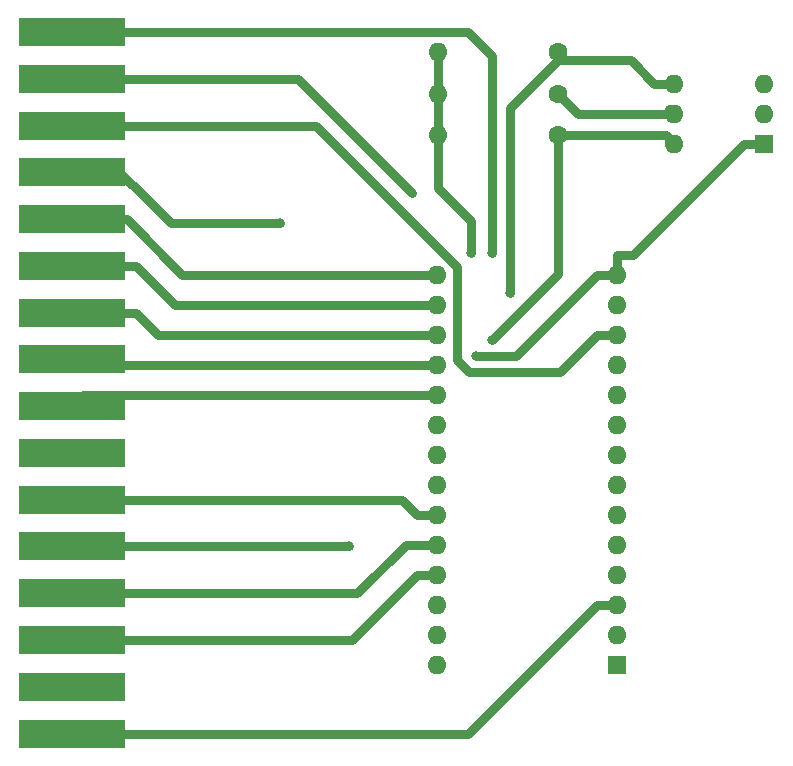
<source format=gbr>
G04 #@! TF.GenerationSoftware,KiCad,Pcbnew,7.0.8*
G04 #@! TF.CreationDate,2024-03-04T19:11:00+02:00*
G04 #@! TF.ProjectId,radofin,7261646f-6669-46e2-9e6b-696361645f70,rev?*
G04 #@! TF.SameCoordinates,Original*
G04 #@! TF.FileFunction,Copper,L1,Top*
G04 #@! TF.FilePolarity,Positive*
%FSLAX46Y46*%
G04 Gerber Fmt 4.6, Leading zero omitted, Abs format (unit mm)*
G04 Created by KiCad (PCBNEW 7.0.8) date 2024-03-04 19:11:00*
%MOMM*%
%LPD*%
G01*
G04 APERTURE LIST*
G04 #@! TA.AperFunction,ComponentPad*
%ADD10R,1.600000X1.600000*%
G04 #@! TD*
G04 #@! TA.AperFunction,ComponentPad*
%ADD11O,1.600000X1.600000*%
G04 #@! TD*
G04 #@! TA.AperFunction,SMDPad,CuDef*
%ADD12R,9.000000X2.400000*%
G04 #@! TD*
G04 #@! TA.AperFunction,ComponentPad*
%ADD13C,1.600000*%
G04 #@! TD*
G04 #@! TA.AperFunction,ViaPad*
%ADD14C,0.800000*%
G04 #@! TD*
G04 #@! TA.AperFunction,Conductor*
%ADD15C,0.800000*%
G04 #@! TD*
G04 APERTURE END LIST*
D10*
G04 #@! TO.P,U1,1,VPP*
G04 #@! TO.N,/VPP*
X134982800Y-109376400D03*
D11*
G04 #@! TO.P,U1,2,A12*
G04 #@! TO.N,/A12*
X134982800Y-106836400D03*
G04 #@! TO.P,U1,3,A7*
G04 #@! TO.N,/A7*
X134982800Y-104296400D03*
G04 #@! TO.P,U1,4,A6*
G04 #@! TO.N,/A6*
X134982800Y-101756400D03*
G04 #@! TO.P,U1,5,A5*
G04 #@! TO.N,/A5*
X134982800Y-99216400D03*
G04 #@! TO.P,U1,6,A4*
G04 #@! TO.N,/A4*
X134982800Y-96676400D03*
G04 #@! TO.P,U1,7,A3*
G04 #@! TO.N,/A3*
X134982800Y-94136400D03*
G04 #@! TO.P,U1,8,A2*
G04 #@! TO.N,/A2*
X134982800Y-91596400D03*
G04 #@! TO.P,U1,9,A1*
G04 #@! TO.N,/A1*
X134982800Y-89056400D03*
G04 #@! TO.P,U1,10,A0*
G04 #@! TO.N,/A0*
X134982800Y-86516400D03*
G04 #@! TO.P,U1,11,D0*
G04 #@! TO.N,/D0*
X134982800Y-83976400D03*
G04 #@! TO.P,U1,12,D1*
G04 #@! TO.N,/D1*
X134982800Y-81436400D03*
G04 #@! TO.P,U1,13,D2*
G04 #@! TO.N,/D2*
X134982800Y-78896400D03*
G04 #@! TO.P,U1,14,GND*
G04 #@! TO.N,GND*
X134982800Y-76356400D03*
G04 #@! TO.P,U1,15,D3*
G04 #@! TO.N,/D3*
X119742800Y-76356400D03*
G04 #@! TO.P,U1,16,D4*
G04 #@! TO.N,/D4*
X119742800Y-78896400D03*
G04 #@! TO.P,U1,17,D5*
G04 #@! TO.N,/D5*
X119742800Y-81436400D03*
G04 #@! TO.P,U1,18,D6*
G04 #@! TO.N,/D6*
X119742800Y-83976400D03*
G04 #@! TO.P,U1,19,D7*
G04 #@! TO.N,/D7*
X119742800Y-86516400D03*
G04 #@! TO.P,U1,20,~{CE}*
G04 #@! TO.N,GND*
X119742800Y-89056400D03*
G04 #@! TO.P,U1,21,A10*
G04 #@! TO.N,/A10*
X119742800Y-91596400D03*
G04 #@! TO.P,U1,22,~{OE}*
G04 #@! TO.N,GND*
X119742800Y-94136400D03*
G04 #@! TO.P,U1,23,A11*
G04 #@! TO.N,/A11*
X119742800Y-96676400D03*
G04 #@! TO.P,U1,24,A9*
G04 #@! TO.N,/A9*
X119742800Y-99216400D03*
G04 #@! TO.P,U1,25,A8*
G04 #@! TO.N,/A8*
X119742800Y-101756400D03*
G04 #@! TO.P,U1,26,A13*
G04 #@! TO.N,/A13*
X119742800Y-104296400D03*
G04 #@! TO.P,U1,27,~{PGM}*
G04 #@! TO.N,/{slash}PGM*
X119742800Y-106836400D03*
G04 #@! TO.P,U1,28,VCC*
G04 #@! TO.N,VCC*
X119742800Y-109376400D03*
G04 #@! TD*
D12*
G04 #@! TO.P,J1,1,Pin_1*
G04 #@! TO.N,/A7*
X88828300Y-115188600D03*
G04 #@! TO.P,J1,2,Pin_2*
G04 #@! TO.N,unconnected-(J1-Pin_2-Pad2)*
X88828300Y-111228600D03*
G04 #@! TO.P,J1,3,Pin_3*
G04 #@! TO.N,/A8*
X88828300Y-107268600D03*
G04 #@! TO.P,J1,4,Pin_4*
G04 #@! TO.N,/A9*
X88828300Y-103308600D03*
G04 #@! TO.P,J1,5,Pin_5*
G04 #@! TO.N,/A10*
X88828300Y-99348600D03*
G04 #@! TO.P,J1,6,Pin_6*
G04 #@! TO.N,/A11*
X88828300Y-95388600D03*
G04 #@! TO.P,J1,7,Pin_7*
G04 #@! TO.N,unconnected-(J1-Pin_7-Pad7)*
X88828300Y-91428600D03*
G04 #@! TO.P,J1,8,Pin_8*
G04 #@! TO.N,/D7*
X88828300Y-87468600D03*
G04 #@! TO.P,J1,9,Pin_9*
G04 #@! TO.N,/D6*
X88828300Y-83508600D03*
G04 #@! TO.P,J1,10,Pin_10*
G04 #@! TO.N,/D5*
X88828300Y-79548600D03*
G04 #@! TO.P,J1,11,Pin_11*
G04 #@! TO.N,/D4*
X88828300Y-75588600D03*
G04 #@! TO.P,J1,12,Pin_12*
G04 #@! TO.N,/D3*
X88828300Y-71628600D03*
G04 #@! TO.P,J1,13,Pin_13*
G04 #@! TO.N,/D2*
X88828300Y-67668600D03*
G04 #@! TO.P,J1,14,Pin_14*
G04 #@! TO.N,/D1*
X88828300Y-63708600D03*
G04 #@! TO.P,J1,15,Pin_15*
G04 #@! TO.N,/D0*
X88828300Y-59748600D03*
G04 #@! TO.P,J1,16,Pin_16*
G04 #@! TO.N,/{slash}PGM*
X88828300Y-55788600D03*
G04 #@! TD*
D10*
G04 #@! TO.P,SW2,1*
G04 #@! TO.N,GND*
X147452700Y-65245600D03*
D11*
G04 #@! TO.P,SW2,2*
X147452700Y-62705600D03*
G04 #@! TO.P,SW2,3*
X147452700Y-60165600D03*
G04 #@! TO.P,SW2,4*
G04 #@! TO.N,/A13*
X139832700Y-60165600D03*
G04 #@! TO.P,SW2,5*
G04 #@! TO.N,/A12*
X139832700Y-62705600D03*
G04 #@! TO.P,SW2,6*
G04 #@! TO.N,/A11*
X139832700Y-65245600D03*
G04 #@! TD*
D13*
G04 #@! TO.P,R2,1*
G04 #@! TO.N,/A12*
X130000000Y-61000000D03*
D11*
G04 #@! TO.P,R2,2*
G04 #@! TO.N,VCC*
X119840000Y-61000000D03*
G04 #@! TD*
D13*
G04 #@! TO.P,R1,1*
G04 #@! TO.N,/A11*
X130000000Y-64500000D03*
D11*
G04 #@! TO.P,R1,2*
G04 #@! TO.N,VCC*
X119840000Y-64500000D03*
G04 #@! TD*
D13*
G04 #@! TO.P,R3,1*
G04 #@! TO.N,/A13*
X130000000Y-57500000D03*
D11*
G04 #@! TO.P,R3,2*
G04 #@! TO.N,VCC*
X119840000Y-57500000D03*
G04 #@! TD*
D14*
G04 #@! TO.N,VCC*
X122618200Y-74460300D03*
G04 #@! TO.N,GND*
X122998900Y-83259200D03*
G04 #@! TO.N,/D2*
X106453234Y-71945300D03*
G04 #@! TO.N,/D0*
X117637950Y-69388950D03*
G04 #@! TO.N,/A10*
X112248806Y-99348600D03*
G04 #@! TO.N,/A11*
X124402000Y-81856000D03*
G04 #@! TO.N,/{slash}PGM*
X124397600Y-74473100D03*
G04 #@! TO.N,/A13*
X125902900Y-77858200D03*
G04 #@! TD*
D15*
G04 #@! TO.N,VCC*
X122618200Y-71760300D02*
X122618200Y-74460300D01*
X119840000Y-68982100D02*
X119840000Y-57500000D01*
X119840000Y-68982100D02*
X122618200Y-71760300D01*
G04 #@! TO.N,GND*
X136341900Y-74656300D02*
X134982800Y-74656300D01*
X145752600Y-65245600D02*
X136341900Y-74656300D01*
X134982800Y-76356400D02*
X133282700Y-76356400D01*
X134982800Y-76356400D02*
X134982800Y-74656300D01*
X122998900Y-83259200D02*
X126379900Y-83259200D01*
X147452700Y-65245600D02*
X145752600Y-65245600D01*
X126379900Y-83259200D02*
X133282700Y-76356400D01*
G04 #@! TO.N,/D2*
X92799029Y-67668600D02*
X88828300Y-67668600D01*
X94003777Y-68781249D02*
X93911678Y-68781249D01*
X106453234Y-71945300D02*
X97167828Y-71945300D01*
X93911678Y-68781249D02*
X92799029Y-67668600D01*
X97167828Y-71945300D02*
X94003777Y-68781249D01*
G04 #@! TO.N,/D1*
X122454600Y-84583500D02*
X130135600Y-84583500D01*
X121450000Y-75657900D02*
X121450000Y-83578900D01*
X121450000Y-83578900D02*
X122454600Y-84583500D01*
X88828300Y-63708600D02*
X109500700Y-63708600D01*
X134982800Y-81436400D02*
X133282700Y-81436400D01*
X130135600Y-84583500D02*
X133282700Y-81436400D01*
X109500700Y-63708600D02*
X121450000Y-75657900D01*
G04 #@! TO.N,/D0*
X117637950Y-69388950D02*
X107997600Y-59748600D01*
X107997600Y-59748600D02*
X88828300Y-59748600D01*
G04 #@! TO.N,/A7*
X134982800Y-104296400D02*
X133282700Y-104296400D01*
X122390500Y-115188600D02*
X133282700Y-104296400D01*
X88828300Y-115188600D02*
X122390500Y-115188600D01*
G04 #@! TO.N,/A8*
X112530500Y-107268600D02*
X118042700Y-101756400D01*
X88828300Y-107268600D02*
X112530500Y-107268600D01*
X119742800Y-101756400D02*
X118042700Y-101756400D01*
G04 #@! TO.N,/A9*
X119742800Y-99216400D02*
X117078046Y-99216400D01*
X117078046Y-99216400D02*
X112976136Y-103318310D01*
X88838010Y-103318310D02*
X88828300Y-103308600D01*
X112976136Y-103318310D02*
X88838010Y-103318310D01*
G04 #@! TO.N,/A10*
X112248806Y-99348600D02*
X88828300Y-99348600D01*
G04 #@! TO.N,/A11*
X130000000Y-76258000D02*
X130000000Y-64500000D01*
X130000000Y-76258000D02*
X124402000Y-81856000D01*
X119742800Y-96676400D02*
X118042700Y-96676400D01*
X130000000Y-64500000D02*
X139087100Y-64500000D01*
X118042700Y-96676400D02*
X116754900Y-95388600D01*
X116754900Y-95388600D02*
X88828300Y-95388600D01*
X139087100Y-64500000D02*
X139832700Y-65245600D01*
G04 #@! TO.N,/D7*
X89780500Y-86516400D02*
X119742800Y-86516400D01*
X88828300Y-87468600D02*
X89780500Y-86516400D01*
G04 #@! TO.N,/D6*
X89296100Y-83976400D02*
X119742800Y-83976400D01*
X88828300Y-83508600D02*
X89296100Y-83976400D01*
G04 #@! TO.N,/D5*
X96116200Y-81436400D02*
X119742800Y-81436400D01*
X88828300Y-79548600D02*
X94228400Y-79548600D01*
X94228400Y-79548600D02*
X96116200Y-81436400D01*
G04 #@! TO.N,/D4*
X97536200Y-78896400D02*
X119742800Y-78896400D01*
X88828300Y-75588600D02*
X94228400Y-75588600D01*
X94228400Y-75588600D02*
X97536200Y-78896400D01*
G04 #@! TO.N,/D3*
X98171271Y-76356400D02*
X119742800Y-76356400D01*
X93443471Y-71628600D02*
X98171271Y-76356400D01*
X88828300Y-71628600D02*
X93443471Y-71628600D01*
G04 #@! TO.N,/{slash}PGM*
X124397600Y-57807349D02*
X124397600Y-74473100D01*
X122378851Y-55788600D02*
X124397600Y-57807349D01*
X88828300Y-55788600D02*
X122378851Y-55788600D01*
G04 #@! TO.N,/A12*
X131705600Y-62705600D02*
X130000000Y-61000000D01*
X139832700Y-62705600D02*
X131705600Y-62705600D01*
X139409100Y-62282000D02*
X139832700Y-62705600D01*
G04 #@! TO.N,/A13*
X139832700Y-60165600D02*
X138132600Y-60165600D01*
X125902900Y-62257800D02*
X130000000Y-58160700D01*
X136127700Y-58160700D02*
X138132600Y-60165600D01*
X125902900Y-77858200D02*
X125902900Y-62257800D01*
X130000000Y-57282000D02*
X130000000Y-58160700D01*
X130000000Y-58160700D02*
X136127700Y-58160700D01*
G04 #@! TD*
M02*

</source>
